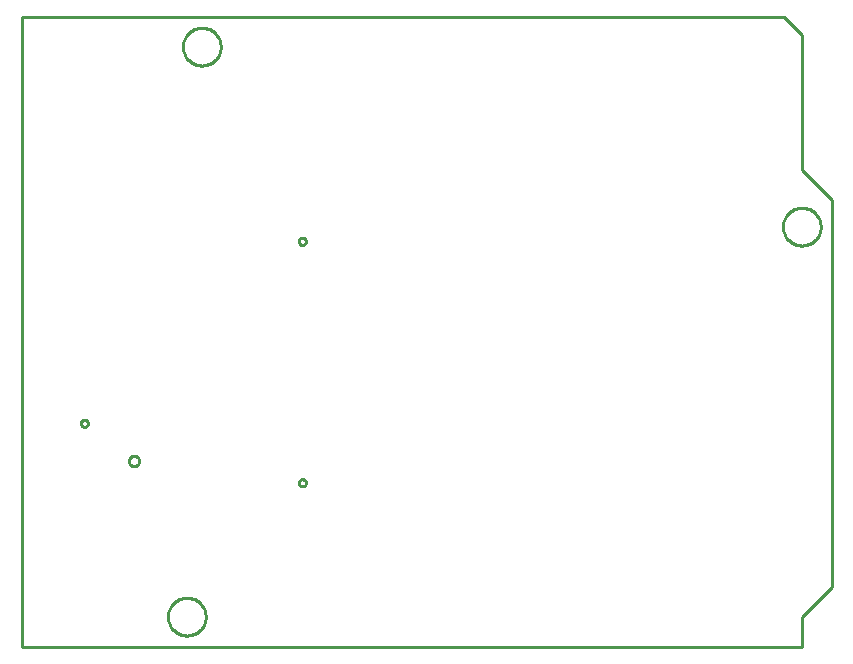
<source format=gbr>
G04 EAGLE Gerber RS-274X export*
G75*
%MOMM*%
%FSLAX34Y34*%
%LPD*%
%IN*%
%IPPOS*%
%AMOC8*
5,1,8,0,0,1.08239X$1,22.5*%
G01*
%ADD10C,0.254000*%


D10*
X0Y0D02*
X660400Y0D01*
X660400Y25400D01*
X685800Y50800D01*
X685800Y378460D01*
X660400Y403860D01*
X660400Y518160D01*
X645160Y533400D01*
X0Y533400D01*
X0Y0D01*
X237164Y340200D02*
X236698Y340274D01*
X236248Y340420D01*
X235828Y340634D01*
X235446Y340912D01*
X235112Y341246D01*
X234834Y341628D01*
X234620Y342048D01*
X234474Y342498D01*
X234400Y342964D01*
X234400Y343436D01*
X234474Y343903D01*
X234620Y344352D01*
X234834Y344772D01*
X235112Y345154D01*
X235446Y345488D01*
X235828Y345766D01*
X236248Y345980D01*
X236698Y346126D01*
X237164Y346200D01*
X237636Y346200D01*
X238103Y346126D01*
X238552Y345980D01*
X238972Y345766D01*
X239354Y345488D01*
X239688Y345154D01*
X239966Y344772D01*
X240180Y344352D01*
X240326Y343903D01*
X240400Y343436D01*
X240400Y342964D01*
X240326Y342498D01*
X240180Y342048D01*
X239966Y341628D01*
X239688Y341246D01*
X239354Y340912D01*
X238972Y340634D01*
X238552Y340420D01*
X238103Y340274D01*
X237636Y340200D01*
X237164Y340200D01*
X237164Y135700D02*
X236698Y135774D01*
X236248Y135920D01*
X235828Y136134D01*
X235446Y136412D01*
X235112Y136746D01*
X234834Y137128D01*
X234620Y137548D01*
X234474Y137998D01*
X234400Y138464D01*
X234400Y138936D01*
X234474Y139403D01*
X234620Y139852D01*
X234834Y140272D01*
X235112Y140654D01*
X235446Y140988D01*
X235828Y141266D01*
X236248Y141480D01*
X236698Y141626D01*
X237164Y141700D01*
X237636Y141700D01*
X238103Y141626D01*
X238552Y141480D01*
X238972Y141266D01*
X239354Y140988D01*
X239688Y140654D01*
X239966Y140272D01*
X240180Y139852D01*
X240326Y139403D01*
X240400Y138936D01*
X240400Y138464D01*
X240326Y137998D01*
X240180Y137548D01*
X239966Y137128D01*
X239688Y136746D01*
X239354Y136412D01*
X238972Y136134D01*
X238552Y135920D01*
X238103Y135774D01*
X237636Y135700D01*
X237164Y135700D01*
X168400Y507476D02*
X168332Y506431D01*
X168195Y505392D01*
X167990Y504365D01*
X167719Y503353D01*
X167383Y502361D01*
X166982Y501393D01*
X166518Y500454D01*
X165995Y499546D01*
X165413Y498675D01*
X164775Y497844D01*
X164084Y497057D01*
X163343Y496316D01*
X162556Y495625D01*
X161725Y494988D01*
X160854Y494406D01*
X159946Y493882D01*
X159007Y493418D01*
X158039Y493017D01*
X157047Y492681D01*
X156035Y492410D01*
X155008Y492205D01*
X153969Y492069D01*
X152924Y492000D01*
X151876Y492000D01*
X150831Y492069D01*
X149792Y492205D01*
X148765Y492410D01*
X147753Y492681D01*
X146761Y493017D01*
X145793Y493418D01*
X144854Y493882D01*
X143946Y494406D01*
X143075Y494988D01*
X142244Y495625D01*
X141457Y496316D01*
X140716Y497057D01*
X140025Y497844D01*
X139388Y498675D01*
X138806Y499546D01*
X138282Y500454D01*
X137818Y501393D01*
X137417Y502361D01*
X137081Y503353D01*
X136810Y504365D01*
X136605Y505392D01*
X136469Y506431D01*
X136400Y507476D01*
X136400Y508524D01*
X136469Y509569D01*
X136605Y510608D01*
X136810Y511635D01*
X137081Y512647D01*
X137417Y513639D01*
X137818Y514607D01*
X138282Y515546D01*
X138806Y516454D01*
X139388Y517325D01*
X140025Y518156D01*
X140716Y518943D01*
X141457Y519684D01*
X142244Y520375D01*
X143075Y521013D01*
X143946Y521595D01*
X144854Y522118D01*
X145793Y522582D01*
X146761Y522983D01*
X147753Y523319D01*
X148765Y523590D01*
X149792Y523795D01*
X150831Y523932D01*
X151876Y524000D01*
X152924Y524000D01*
X153969Y523932D01*
X155008Y523795D01*
X156035Y523590D01*
X157047Y523319D01*
X158039Y522983D01*
X159007Y522582D01*
X159946Y522118D01*
X160854Y521595D01*
X161725Y521013D01*
X162556Y520375D01*
X163343Y519684D01*
X164084Y518943D01*
X164775Y518156D01*
X165413Y517325D01*
X165995Y516454D01*
X166518Y515546D01*
X166982Y514607D01*
X167383Y513639D01*
X167719Y512647D01*
X167990Y511635D01*
X168195Y510608D01*
X168332Y509569D01*
X168400Y508524D01*
X168400Y507476D01*
X676400Y355076D02*
X676332Y354031D01*
X676195Y352992D01*
X675990Y351965D01*
X675719Y350953D01*
X675383Y349961D01*
X674982Y348993D01*
X674518Y348054D01*
X673995Y347146D01*
X673413Y346275D01*
X672775Y345444D01*
X672084Y344657D01*
X671343Y343916D01*
X670556Y343225D01*
X669725Y342588D01*
X668854Y342006D01*
X667946Y341482D01*
X667007Y341018D01*
X666039Y340617D01*
X665047Y340281D01*
X664035Y340010D01*
X663008Y339805D01*
X661969Y339669D01*
X660924Y339600D01*
X659876Y339600D01*
X658831Y339669D01*
X657792Y339805D01*
X656765Y340010D01*
X655753Y340281D01*
X654761Y340617D01*
X653793Y341018D01*
X652854Y341482D01*
X651946Y342006D01*
X651075Y342588D01*
X650244Y343225D01*
X649457Y343916D01*
X648716Y344657D01*
X648025Y345444D01*
X647388Y346275D01*
X646806Y347146D01*
X646282Y348054D01*
X645818Y348993D01*
X645417Y349961D01*
X645081Y350953D01*
X644810Y351965D01*
X644605Y352992D01*
X644469Y354031D01*
X644400Y355076D01*
X644400Y356124D01*
X644469Y357169D01*
X644605Y358208D01*
X644810Y359235D01*
X645081Y360247D01*
X645417Y361239D01*
X645818Y362207D01*
X646282Y363146D01*
X646806Y364054D01*
X647388Y364925D01*
X648025Y365756D01*
X648716Y366543D01*
X649457Y367284D01*
X650244Y367975D01*
X651075Y368613D01*
X651946Y369195D01*
X652854Y369718D01*
X653793Y370182D01*
X654761Y370583D01*
X655753Y370919D01*
X656765Y371190D01*
X657792Y371395D01*
X658831Y371532D01*
X659876Y371600D01*
X660924Y371600D01*
X661969Y371532D01*
X663008Y371395D01*
X664035Y371190D01*
X665047Y370919D01*
X666039Y370583D01*
X667007Y370182D01*
X667946Y369718D01*
X668854Y369195D01*
X669725Y368613D01*
X670556Y367975D01*
X671343Y367284D01*
X672084Y366543D01*
X672775Y365756D01*
X673413Y364925D01*
X673995Y364054D01*
X674518Y363146D01*
X674982Y362207D01*
X675383Y361239D01*
X675719Y360247D01*
X675990Y359235D01*
X676195Y358208D01*
X676332Y357169D01*
X676400Y356124D01*
X676400Y355076D01*
X155700Y24876D02*
X155632Y23831D01*
X155495Y22792D01*
X155290Y21765D01*
X155019Y20753D01*
X154683Y19761D01*
X154282Y18793D01*
X153818Y17854D01*
X153295Y16946D01*
X152713Y16075D01*
X152075Y15244D01*
X151384Y14457D01*
X150643Y13716D01*
X149856Y13025D01*
X149025Y12388D01*
X148154Y11806D01*
X147246Y11282D01*
X146307Y10818D01*
X145339Y10417D01*
X144347Y10081D01*
X143335Y9810D01*
X142308Y9605D01*
X141269Y9469D01*
X140224Y9400D01*
X139176Y9400D01*
X138131Y9469D01*
X137092Y9605D01*
X136065Y9810D01*
X135053Y10081D01*
X134061Y10417D01*
X133093Y10818D01*
X132154Y11282D01*
X131246Y11806D01*
X130375Y12388D01*
X129544Y13025D01*
X128757Y13716D01*
X128016Y14457D01*
X127325Y15244D01*
X126688Y16075D01*
X126106Y16946D01*
X125582Y17854D01*
X125118Y18793D01*
X124717Y19761D01*
X124381Y20753D01*
X124110Y21765D01*
X123905Y22792D01*
X123769Y23831D01*
X123700Y24876D01*
X123700Y25924D01*
X123769Y26969D01*
X123905Y28008D01*
X124110Y29035D01*
X124381Y30047D01*
X124717Y31039D01*
X125118Y32007D01*
X125582Y32946D01*
X126106Y33854D01*
X126688Y34725D01*
X127325Y35556D01*
X128016Y36343D01*
X128757Y37084D01*
X129544Y37775D01*
X130375Y38413D01*
X131246Y38995D01*
X132154Y39518D01*
X133093Y39982D01*
X134061Y40383D01*
X135053Y40719D01*
X136065Y40990D01*
X137092Y41195D01*
X138131Y41332D01*
X139176Y41400D01*
X140224Y41400D01*
X141269Y41332D01*
X142308Y41195D01*
X143335Y40990D01*
X144347Y40719D01*
X145339Y40383D01*
X146307Y39982D01*
X147246Y39518D01*
X148154Y38995D01*
X149025Y38413D01*
X149856Y37775D01*
X150643Y37084D01*
X151384Y36343D01*
X152075Y35556D01*
X152713Y34725D01*
X153295Y33854D01*
X153818Y32946D01*
X154282Y32007D01*
X154683Y31039D01*
X155019Y30047D01*
X155290Y29035D01*
X155495Y28008D01*
X155632Y26969D01*
X155700Y25924D01*
X155700Y24876D01*
X56010Y188914D02*
X55936Y188448D01*
X55790Y187998D01*
X55576Y187578D01*
X55298Y187196D01*
X54964Y186862D01*
X54582Y186584D01*
X54162Y186370D01*
X53713Y186224D01*
X53246Y186150D01*
X52774Y186150D01*
X52308Y186224D01*
X51858Y186370D01*
X51438Y186584D01*
X51056Y186862D01*
X50722Y187196D01*
X50444Y187578D01*
X50230Y187998D01*
X50084Y188448D01*
X50010Y188914D01*
X50010Y189386D01*
X50084Y189853D01*
X50230Y190302D01*
X50444Y190722D01*
X50722Y191104D01*
X51056Y191438D01*
X51438Y191716D01*
X51858Y191930D01*
X52308Y192076D01*
X52774Y192150D01*
X53246Y192150D01*
X53713Y192076D01*
X54162Y191930D01*
X54582Y191716D01*
X54964Y191438D01*
X55298Y191104D01*
X55576Y190722D01*
X55790Y190302D01*
X55936Y189853D01*
X56010Y189386D01*
X56010Y188914D01*
X99510Y156855D02*
X99433Y156270D01*
X99280Y155700D01*
X99055Y155155D01*
X98760Y154645D01*
X98401Y154177D01*
X97983Y153759D01*
X97515Y153400D01*
X97005Y153105D01*
X96460Y152880D01*
X95890Y152727D01*
X95305Y152650D01*
X94715Y152650D01*
X94130Y152727D01*
X93560Y152880D01*
X93015Y153105D01*
X92505Y153400D01*
X92037Y153759D01*
X91619Y154177D01*
X91260Y154645D01*
X90965Y155155D01*
X90740Y155700D01*
X90587Y156270D01*
X90510Y156855D01*
X90510Y157445D01*
X90587Y158030D01*
X90740Y158600D01*
X90965Y159145D01*
X91260Y159655D01*
X91619Y160123D01*
X92037Y160541D01*
X92505Y160900D01*
X93015Y161195D01*
X93560Y161420D01*
X94130Y161573D01*
X94715Y161650D01*
X95305Y161650D01*
X95890Y161573D01*
X96460Y161420D01*
X97005Y161195D01*
X97515Y160900D01*
X97983Y160541D01*
X98401Y160123D01*
X98760Y159655D01*
X99055Y159145D01*
X99280Y158600D01*
X99433Y158030D01*
X99510Y157445D01*
X99510Y156855D01*
M02*

</source>
